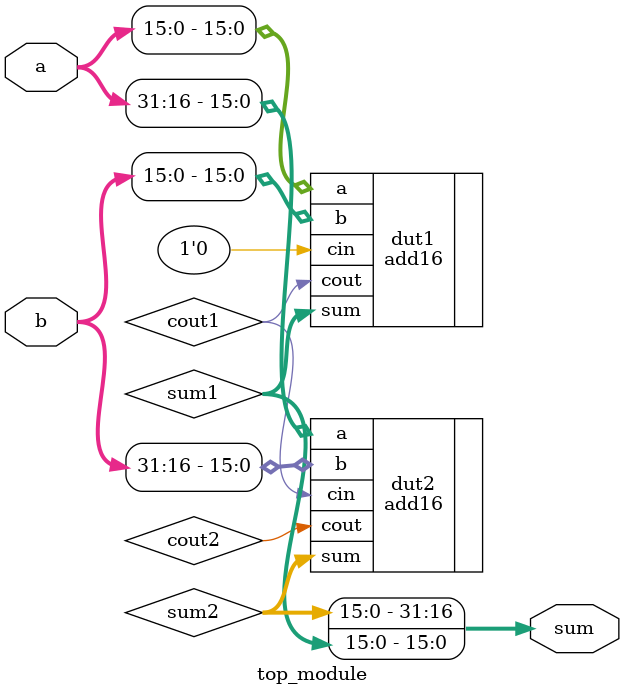
<source format=v>
module top_module(
    input [31:0] a,
    input [31:0] b,
    output wire [31:0] sum
);
    wire cout1,cout2;
    wire [15:0]sum1;
    wire [15:0]sum2;
    add16 dut1(.sum(sum1),.cout(cout1),.a(a[15:0]),.b(b[15:0]),.cin(1'b0));
    add16 dut2(.sum(sum2),.cout(cout2),.a(a[31:16]),.b(b[31:16]),.cin(cout1));
    assign sum = {sum2,sum1}; 
endmodule

</source>
